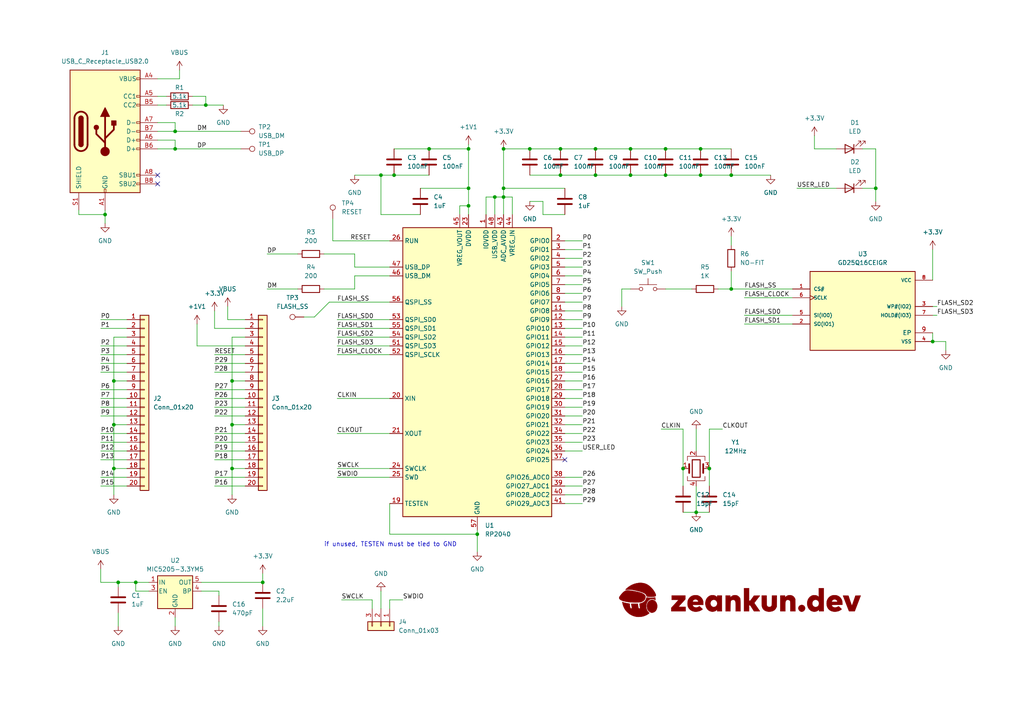
<source format=kicad_sch>
(kicad_sch (version 20230121) (generator eeschema)
  (paper "A4")
  (lib_symbols
    (symbol "Connector:TestPoint" (pin_numbers hide) (pin_names (offset 0.762) hide)
      (property "Reference" "TP" (at 0 6.858 0))
      (property "Value" "TestPoint" (at 0 5.08 0))
      (symbol "TestPoint_1_1"
        (pin passive line (at 0 0 90) (length 2.54) (name "1") (number "1"))
      )
    )
    (symbol "Connector:USB_C_Receptacle_USB2.0" (pin_names (offset 1.016))
      (property "Reference" "J" (at -10.16 19.05 0))
      (property "Value" "USB_C_Receptacle_USB2.0" (at 19.05 19.05 0))
      (symbol "USB_C_Receptacle_USB2.0_1_1"
        (pin passive line (at 0 -22.86 90) (length 5.08) (name "GND") (number "A1"))
        (pin passive line (at 0 -22.86 90) (length 5.08) hide (name "GND") (number "A12"))
        (pin passive line (at 15.24 15.24 180) (length 5.08) (name "VBUS") (number "A4"))
        (pin bidirectional line (at 15.24 10.16 180) (length 5.08) (name "CC1") (number "A5"))
        (pin bidirectional line (at 15.24 -2.54 180) (length 5.08) (name "D+") (number "A6"))
        (pin bidirectional line (at 15.24 2.54 180) (length 5.08) (name "D-") (number "A7"))
        (pin bidirectional line (at 15.24 -12.7 180) (length 5.08) (name "SBU1") (number "A8"))
        (pin passive line (at 15.24 15.24 180) (length 5.08) hide (name "VBUS") (number "A9"))
        (pin passive line (at 0 -22.86 90) (length 5.08) hide (name "GND") (number "B1"))
        (pin passive line (at 0 -22.86 90) (length 5.08) hide (name "GND") (number "B12"))
        (pin passive line (at 15.24 15.24 180) (length 5.08) hide (name "VBUS") (number "B4"))
        (pin bidirectional line (at 15.24 7.62 180) (length 5.08) (name "CC2") (number "B5"))
        (pin bidirectional line (at 15.24 -5.08 180) (length 5.08) (name "D+") (number "B6"))
        (pin bidirectional line (at 15.24 0 180) (length 5.08) (name "D-") (number "B7"))
        (pin bidirectional line (at 15.24 -15.24 180) (length 5.08) (name "SBU2") (number "B8"))
        (pin passive line (at 15.24 15.24 180) (length 5.08) hide (name "VBUS") (number "B9"))
        (pin passive line (at -7.62 -22.86 90) (length 5.08) (name "SHIELD") (number "S1"))
      )
    )
    (symbol "Connector_Generic:Conn_01x03" (pin_names (offset 1.016) hide)
      (property "Reference" "J" (at 0 5.08 0))
      (property "Value" "Conn_01x03" (at 0 -5.08 0))
      (symbol "Conn_01x03_1_1"
        (pin passive line (at -5.08 2.54 0) (length 3.81) (name "Pin_1") (number "1"))
        (pin passive line (at -5.08 0 0) (length 3.81) (name "Pin_2") (number "2"))
        (pin passive line (at -5.08 -2.54 0) (length 3.81) (name "Pin_3") (number "3"))
      )
    )
    (symbol "Connector_Generic:Conn_01x20" (pin_names (offset 1.016) hide)
      (property "Reference" "J" (at 0 25.4 0))
      (property "Value" "Conn_01x20" (at 0 -27.94 0))
      (symbol "Conn_01x20_1_1"
        (pin passive line (at -5.08 22.86 0) (length 3.81) (name "Pin_1") (number "1"))
        (pin passive line (at -5.08 0 0) (length 3.81) (name "Pin_10") (number "10"))
        (pin passive line (at -5.08 -2.54 0) (length 3.81) (name "Pin_11") (number "11"))
        (pin passive line (at -5.08 -5.08 0) (length 3.81) (name "Pin_12") (number "12"))
        (pin passive line (at -5.08 -7.62 0) (length 3.81) (name "Pin_13") (number "13"))
        (pin passive line (at -5.08 -10.16 0) (length 3.81) (name "Pin_14") (number "14"))
        (pin passive line (at -5.08 -12.7 0) (length 3.81) (name "Pin_15") (number "15"))
        (pin passive line (at -5.08 -15.24 0) (length 3.81) (name "Pin_16") (number "16"))
        (pin passive line (at -5.08 -17.78 0) (length 3.81) (name "Pin_17") (number "17"))
        (pin passive line (at -5.08 -20.32 0) (length 3.81) (name "Pin_18") (number "18"))
        (pin passive line (at -5.08 -22.86 0) (length 3.81) (name "Pin_19") (number "19"))
        (pin passive line (at -5.08 20.32 0) (length 3.81) (name "Pin_2") (number "2"))
        (pin passive line (at -5.08 -25.4 0) (length 3.81) (name "Pin_20") (number "20"))
        (pin passive line (at -5.08 17.78 0) (length 3.81) (name "Pin_3") (number "3"))
        (pin passive line (at -5.08 15.24 0) (length 3.81) (name "Pin_4") (number "4"))
        (pin passive line (at -5.08 12.7 0) (length 3.81) (name "Pin_5") (number "5"))
        (pin passive line (at -5.08 10.16 0) (length 3.81) (name "Pin_6") (number "6"))
        (pin passive line (at -5.08 7.62 0) (length 3.81) (name "Pin_7") (number "7"))
        (pin passive line (at -5.08 5.08 0) (length 3.81) (name "Pin_8") (number "8"))
        (pin passive line (at -5.08 2.54 0) (length 3.81) (name "Pin_9") (number "9"))
      )
    )
    (symbol "Device:C" (pin_numbers hide) (pin_names (offset 0.254))
      (property "Reference" "C" (at 0.635 2.54 0))
      (property "Value" "C" (at 0.635 -2.54 0))
      (symbol "C_1_1"
        (pin passive line (at 0 3.81 270) (length 2.794) (name "~") (number "1"))
        (pin passive line (at 0 -3.81 90) (length 2.794) (name "~") (number "2"))
      )
    )
    (symbol "Device:Crystal_GND24" (pin_names (offset 1.016) hide)
      (property "Reference" "Y" (at 3.175 5.08 0))
      (property "Value" "Crystal_GND24" (at 3.175 3.175 0))
      (symbol "Crystal_GND24_1_1"
        (pin passive line (at -3.81 0 0) (length 1.27) (name "1") (number "1"))
        (pin passive line (at 0 5.08 270) (length 1.27) (name "2") (number "2"))
        (pin passive line (at 3.81 0 180) (length 1.27) (name "3") (number "3"))
        (pin passive line (at 0 -5.08 90) (length 1.27) (name "4") (number "4"))
      )
    )
    (symbol "Device:LED" (pin_numbers hide) (pin_names (offset 1.016) hide)
      (property "Reference" "D" (at 0 2.54 0))
      (property "Value" "LED" (at 0 -2.54 0))
      (symbol "LED_1_1"
        (pin passive line (at -3.81 0 0) (length 2.54) (name "K") (number "1"))
        (pin passive line (at 3.81 0 180) (length 2.54) (name "A") (number "2"))
      )
    )
    (symbol "Device:R" (pin_numbers hide) (pin_names (offset 0))
      (property "Reference" "R" (at 2.032 0 90))
      (property "Value" "R" (at 0 0 90))
      (symbol "R_1_1"
        (pin passive line (at 0 3.81 270) (length 1.27) (name "~") (number "1"))
        (pin passive line (at 0 -3.81 90) (length 1.27) (name "~") (number "2"))
      )
    )
    (symbol "GD25Q16CEIGR:GD25Q16CEIGR" (pin_names (offset 1.016))
      (property "Reference" "U" (at -15.24 11.43 0))
      (property "Value" "GD25Q16CEIGR" (at -15.24 -13.97 0))
      (symbol "GD25Q16CEIGR_0_0"
        (pin input line (at -20.32 5.08 0) (length 5.08) (name "CS#") (number "1"))
        (pin bidirectional line (at -20.32 -5.08 0) (length 5.08) (name "SO(IO1)") (number "2"))
        (pin bidirectional line (at 20.32 0 180) (length 5.08) (name "WP#(IO2)") (number "3"))
        (pin power_in line (at 20.32 -10.16 180) (length 5.08) (name "VSS") (number "4"))
        (pin bidirectional line (at -20.32 -2.54 0) (length 5.08) (name "SI(IO0)") (number "5"))
        (pin input clock (at -20.32 2.54 0) (length 5.08) (name "SCLK") (number "6"))
        (pin bidirectional line (at 20.32 -2.54 180) (length 5.08) (name "HOLD#(IO3)") (number "7"))
        (pin power_in line (at 20.32 7.62 180) (length 5.08) (name "VCC") (number "8"))
      )
      (symbol "GD25Q16CEIGR_1_1"
        (pin input line (at 20.32 -7.62 180) (length 5.08) (name "EP") (number "9"))
      )
    )
    (symbol "MCU_RaspberryPi:RP2040"
      (property "Reference" "U" (at 17.78 45.72 0))
      (property "Value" "RP2040" (at 17.78 43.18 0))
      (symbol "RP2040_1_1"
        (pin power_in line (at 2.54 45.72 270) (length 3.81) (name "IOVDD") (number "1"))
        (pin passive line (at 2.54 45.72 270) (length 3.81) hide (name "IOVDD") (number "10"))
        (pin bidirectional line (at 25.4 17.78 180) (length 3.81) (name "GPIO8") (number "11"))
        (pin bidirectional line (at 25.4 15.24 180) (length 3.81) (name "GPIO9") (number "12"))
        (pin bidirectional line (at 25.4 12.7 180) (length 3.81) (name "GPIO10") (number "13"))
        (pin bidirectional line (at 25.4 10.16 180) (length 3.81) (name "GPIO11") (number "14"))
        (pin bidirectional line (at 25.4 7.62 180) (length 3.81) (name "GPIO12") (number "15"))
        (pin bidirectional line (at 25.4 5.08 180) (length 3.81) (name "GPIO13") (number "16"))
        (pin bidirectional line (at 25.4 2.54 180) (length 3.81) (name "GPIO14") (number "17"))
        (pin bidirectional line (at 25.4 0 180) (length 3.81) (name "GPIO15") (number "18"))
        (pin input line (at -25.4 -38.1 0) (length 3.81) (name "TESTEN") (number "19"))
        (pin bidirectional line (at 25.4 38.1 180) (length 3.81) (name "GPIO0") (number "2"))
        (pin input line (at -25.4 -7.62 0) (length 3.81) (name "XIN") (number "20"))
        (pin passive line (at -25.4 -17.78 0) (length 3.81) (name "XOUT") (number "21"))
        (pin passive line (at 2.54 45.72 270) (length 3.81) hide (name "IOVDD") (number "22"))
        (pin power_in line (at -2.54 45.72 270) (length 3.81) (name "DVDD") (number "23"))
        (pin input line (at -25.4 -27.94 0) (length 3.81) (name "SWCLK") (number "24"))
        (pin bidirectional line (at -25.4 -30.48 0) (length 3.81) (name "SWD") (number "25"))
        (pin input line (at -25.4 38.1 0) (length 3.81) (name "RUN") (number "26"))
        (pin bidirectional line (at 25.4 -2.54 180) (length 3.81) (name "GPIO16") (number "27"))
        (pin bidirectional line (at 25.4 -5.08 180) (length 3.81) (name "GPIO17") (number "28"))
        (pin bidirectional line (at 25.4 -7.62 180) (length 3.81) (name "GPIO18") (number "29"))
        (pin bidirectional line (at 25.4 35.56 180) (length 3.81) (name "GPIO1") (number "3"))
        (pin bidirectional line (at 25.4 -10.16 180) (length 3.81) (name "GPIO19") (number "30"))
        (pin bidirectional line (at 25.4 -12.7 180) (length 3.81) (name "GPIO20") (number "31"))
        (pin bidirectional line (at 25.4 -15.24 180) (length 3.81) (name "GPIO21") (number "32"))
        (pin passive line (at 2.54 45.72 270) (length 3.81) hide (name "IOVDD") (number "33"))
        (pin bidirectional line (at 25.4 -17.78 180) (length 3.81) (name "GPIO22") (number "34"))
        (pin bidirectional line (at 25.4 -20.32 180) (length 3.81) (name "GPIO23") (number "35"))
        (pin bidirectional line (at 25.4 -22.86 180) (length 3.81) (name "GPIO24") (number "36"))
        (pin bidirectional line (at 25.4 -25.4 180) (length 3.81) (name "GPIO25") (number "37"))
        (pin bidirectional line (at 25.4 -30.48 180) (length 3.81) (name "GPIO26_ADC0") (number "38"))
        (pin bidirectional line (at 25.4 -33.02 180) (length 3.81) (name "GPIO27_ADC1") (number "39"))
        (pin bidirectional line (at 25.4 33.02 180) (length 3.81) (name "GPIO2") (number "4"))
        (pin bidirectional line (at 25.4 -35.56 180) (length 3.81) (name "GPIO28_ADC2") (number "40"))
        (pin bidirectional line (at 25.4 -38.1 180) (length 3.81) (name "GPIO29_ADC3") (number "41"))
        (pin passive line (at 2.54 45.72 270) (length 3.81) hide (name "IOVDD") (number "42"))
        (pin power_in line (at 7.62 45.72 270) (length 3.81) (name "ADC_AVDD") (number "43"))
        (pin power_in line (at 10.16 45.72 270) (length 3.81) (name "VREG_IN") (number "44"))
        (pin power_out line (at -5.08 45.72 270) (length 3.81) (name "VREG_VOUT") (number "45"))
        (pin bidirectional line (at -25.4 27.94 0) (length 3.81) (name "USB_DM") (number "46"))
        (pin bidirectional line (at -25.4 30.48 0) (length 3.81) (name "USB_DP") (number "47"))
        (pin power_in line (at 5.08 45.72 270) (length 3.81) (name "USB_VDD") (number "48"))
        (pin passive line (at 2.54 45.72 270) (length 3.81) hide (name "IOVDD") (number "49"))
        (pin bidirectional line (at 25.4 30.48 180) (length 3.81) (name "GPIO3") (number "5"))
        (pin passive line (at -2.54 45.72 270) (length 3.81) hide (name "DVDD") (number "50"))
        (pin bidirectional line (at -25.4 7.62 0) (length 3.81) (name "QSPI_SD3") (number "51"))
        (pin output line (at -25.4 5.08 0) (length 3.81) (name "QSPI_SCLK") (number "52"))
        (pin bidirectional line (at -25.4 15.24 0) (length 3.81) (name "QSPI_SD0") (number "53"))
        (pin bidirectional line (at -25.4 10.16 0) (length 3.81) (name "QSPI_SD2") (number "54"))
        (pin bidirectional line (at -25.4 12.7 0) (length 3.81) (name "QSPI_SD1") (number "55"))
        (pin bidirectional line (at -25.4 20.32 0) (length 3.81) (name "QSPI_SS") (number "56"))
        (pin power_in line (at 0 -45.72 90) (length 3.81) (name "GND") (number "57"))
        (pin bidirectional line (at 25.4 27.94 180) (length 3.81) (name "GPIO4") (number "6"))
        (pin bidirectional line (at 25.4 25.4 180) (length 3.81) (name "GPIO5") (number "7"))
        (pin bidirectional line (at 25.4 22.86 180) (length 3.81) (name "GPIO6") (number "8"))
        (pin bidirectional line (at 25.4 20.32 180) (length 3.81) (name "GPIO7") (number "9"))
      )
    )
    (symbol "Regulator_Linear:MIC5205-3.3YM5" (pin_names (offset 0.254))
      (property "Reference" "U" (at -3.81 5.715 0))
      (property "Value" "MIC5205-3.3YM5" (at 0 5.715 0))
      (symbol "MIC5205-3.3YM5_1_1"
        (pin power_in line (at -7.62 2.54 0) (length 2.54) (name "IN") (number "1"))
        (pin power_in line (at 0 -7.62 90) (length 2.54) (name "GND") (number "2"))
        (pin input line (at -7.62 0 0) (length 2.54) (name "EN") (number "3"))
        (pin input line (at 7.62 0 180) (length 2.54) (name "BP") (number "4"))
        (pin power_out line (at 7.62 2.54 180) (length 2.54) (name "OUT") (number "5"))
      )
    )
    (symbol "Switch:SW_Push" (pin_numbers hide) (pin_names (offset 1.016) hide)
      (property "Reference" "SW" (at 1.27 2.54 0))
      (property "Value" "SW_Push" (at 0 -1.524 0))
      (symbol "SW_Push_0_1"
        (pin passive line (at -5.08 0 0) (length 2.54) (name "1") (number "1"))
        (pin passive line (at 5.08 0 180) (length 2.54) (name "2") (number "2"))
      )
    )
    (symbol "power:+1V1" (power) (pin_names (offset 0))
      (property "Value" "+1V1" (at 0 3.556 0))
      (symbol "+1V1_1_1"
        (pin power_in line (at 0 0 90) (length 0) hide (name "+1V1") (number "1"))
      )
    )
    (symbol "power:+3.3V" (power) (pin_names (offset 0))
      (property "Value" "+3.3V" (at 0 3.556 0))
      (symbol "+3.3V_1_1"
        (pin power_in line (at 0 0 90) (length 0) hide (name "+3.3V") (number "1"))
      )
    )
    (symbol "power:GND" (power) (pin_names (offset 0))
      (property "Value" "GND" (at 0 -3.81 0))
      (symbol "GND_1_1"
        (pin power_in line (at 0 0 270) (length 0) hide (name "GND") (number "1"))
      )
    )
    (symbol "power:VBUS" (power) (pin_names (offset 0))
      (property "Value" "VBUS" (at 0 3.81 0))
      (symbol "VBUS_1_1"
        (pin power_in line (at 0 0 90) (length 0) hide (name "VBUS") (number "1"))
      )
    )
    (symbol "zeankundev-logo:LOGO" (pin_names (offset 1.016)))
  )
  (junction (at 146.05 57.15))
  (junction (at 212.09 50.8))
  (junction (at 124.46 43.18))
  (junction (at 33.02 110.49))
  (junction (at 39.37 168.91))
  (junction (at 146.05 43.18))
  (junction (at 182.88 43.18))
  (junction (at 143.51 57.15))
  (junction (at 138.43 154.94))
  (junction (at 153.67 43.18))
  (junction (at 254 54.61))
  (junction (at 67.31 135.89))
  (junction (at 172.72 43.18))
  (junction (at 203.2 43.18))
  (junction (at 50.8 43.18))
  (junction (at 172.72 50.8))
  (junction (at 182.88 50.8))
  (junction (at 67.31 110.49))
  (junction (at 270.51 99.06))
  (junction (at 67.31 123.19))
  (junction (at 76.2 168.91))
  (junction (at 205.74 135.89))
  (junction (at 135.89 59.69))
  (junction (at 50.8 38.1))
  (junction (at 33.02 123.19))
  (junction (at 162.56 50.8))
  (junction (at 114.3 50.8))
  (junction (at 193.04 50.8))
  (junction (at 135.89 54.61))
  (junction (at 146.05 54.61))
  (junction (at 59.69 30.48))
  (junction (at 162.56 43.18))
  (junction (at 193.04 43.18))
  (junction (at 110.49 50.8))
  (junction (at 212.09 83.82))
  (junction (at 135.89 43.18))
  (junction (at 201.93 148.59))
  (junction (at 33.02 135.89))
  (junction (at 203.2 50.8))
  (junction (at 30.48 62.23))
  (junction (at 34.29 168.91))
  (junction (at 198.12 135.89))
  (no_connect (at 45.72 50.8))
  (no_connect (at 45.72 53.34))
  (no_connect (at 163.83 133.35))
  (wire (pts (xy 140.97 62.23) (xy 140.97 57.15)))
  (wire (pts (xy 133.35 59.69) (xy 135.89 59.69)))
  (wire (pts (xy 215.9 93.98) (xy 229.87 93.98)))
  (wire (pts (xy 62.23 107.95) (xy 71.12 107.95)))
  (wire (pts (xy 163.83 128.27) (xy 168.91 128.27)))
  (wire (pts (xy 209.55 124.46) (xy 205.74 124.46)))
  (wire (pts (xy 193.04 83.82) (xy 200.66 83.82)))
  (wire (pts (xy 153.67 43.18) (xy 162.56 43.18)))
  (wire (pts (xy 114.3 43.18) (xy 124.46 43.18)))
  (wire (pts (xy 146.05 57.15) (xy 146.05 62.23)))
  (wire (pts (xy 30.48 62.23) (xy 30.48 64.77)))
  (wire (pts (xy 66.04 92.71) (xy 71.12 92.71)))
  (wire (pts (xy 163.83 146.05) (xy 168.91 146.05)))
  (wire (pts (xy 102.87 77.47) (xy 113.03 77.47)))
  (wire (pts (xy 33.02 135.89) (xy 33.02 143.51)))
  (wire (pts (xy 274.32 101.6) (xy 274.32 99.06)))
  (wire (pts (xy 29.21 102.87) (xy 36.83 102.87)))
  (wire (pts (xy 114.3 50.8) (xy 124.46 50.8)))
  (wire (pts (xy 138.43 154.94) (xy 138.43 160.02)))
  (wire (pts (xy 198.12 148.59) (xy 201.93 148.59)))
  (wire (pts (xy 163.83 85.09) (xy 168.91 85.09)))
  (wire (pts (xy 67.31 123.19) (xy 71.12 123.19)))
  (wire (pts (xy 33.02 97.79) (xy 33.02 110.49)))
  (wire (pts (xy 45.72 30.48) (xy 48.26 30.48)))
  (wire (pts (xy 198.12 124.46) (xy 198.12 135.89)))
  (wire (pts (xy 205.74 135.89) (xy 205.74 140.97)))
  (wire (pts (xy 62.23 120.65) (xy 71.12 120.65)))
  (wire (pts (xy 121.92 54.61) (xy 135.89 54.61)))
  (wire (pts (xy 67.31 110.49) (xy 71.12 110.49)))
  (wire (pts (xy 77.47 83.82) (xy 86.36 83.82)))
  (wire (pts (xy 203.2 43.18) (xy 212.09 43.18)))
  (wire (pts (xy 274.32 99.06) (xy 270.51 99.06)))
  (wire (pts (xy 29.21 95.25) (xy 36.83 95.25)))
  (wire (pts (xy 50.8 43.18) (xy 69.85 43.18)))
  (wire (pts (xy 163.83 102.87) (xy 168.91 102.87)))
  (wire (pts (xy 270.51 72.39) (xy 270.51 81.28)))
  (wire (pts (xy 50.8 35.56) (xy 50.8 38.1)))
  (wire (pts (xy 110.49 50.8) (xy 114.3 50.8)))
  (wire (pts (xy 30.48 60.96) (xy 30.48 62.23)))
  (wire (pts (xy 163.83 125.73) (xy 168.91 125.73)))
  (wire (pts (xy 250.19 54.61) (xy 254 54.61)))
  (wire (pts (xy 157.48 58.42) (xy 153.67 58.42)))
  (wire (pts (xy 163.83 107.95) (xy 168.91 107.95)))
  (wire (pts (xy 205.74 124.46) (xy 205.74 135.89)))
  (wire (pts (xy 110.49 171.45) (xy 110.49 176.53)))
  (wire (pts (xy 162.56 43.18) (xy 172.72 43.18)))
  (wire (pts (xy 113.03 173.99) (xy 113.03 176.53)))
  (wire (pts (xy 57.15 93.98) (xy 57.15 100.33)))
  (wire (pts (xy 163.83 105.41) (xy 168.91 105.41)))
  (wire (pts (xy 33.02 110.49) (xy 36.83 110.49)))
  (wire (pts (xy 45.72 22.86) (xy 52.07 22.86)))
  (wire (pts (xy 146.05 54.61) (xy 163.83 54.61)))
  (wire (pts (xy 43.18 171.45) (xy 39.37 171.45)))
  (wire (pts (xy 102.87 80.01) (xy 102.87 83.82)))
  (wire (pts (xy 140.97 57.15) (xy 143.51 57.15)))
  (wire (pts (xy 96.52 63.5) (xy 96.52 69.85)))
  (wire (pts (xy 36.83 97.79) (xy 33.02 97.79)))
  (wire (pts (xy 163.83 110.49) (xy 168.91 110.49)))
  (wire (pts (xy 163.83 138.43) (xy 168.91 138.43)))
  (wire (pts (xy 163.83 100.33) (xy 168.91 100.33)))
  (wire (pts (xy 163.83 123.19) (xy 168.91 123.19)))
  (wire (pts (xy 63.5 180.34) (xy 63.5 181.61)))
  (wire (pts (xy 55.88 30.48) (xy 59.69 30.48)))
  (wire (pts (xy 212.09 68.58) (xy 212.09 71.12)))
  (wire (pts (xy 113.03 80.01) (xy 102.87 80.01)))
  (wire (pts (xy 102.87 83.82) (xy 93.98 83.82)))
  (wire (pts (xy 163.83 95.25) (xy 168.91 95.25)))
  (wire (pts (xy 34.29 168.91) (xy 39.37 168.91)))
  (wire (pts (xy 163.83 97.79) (xy 168.91 97.79)))
  (wire (pts (xy 29.21 168.91) (xy 34.29 168.91)))
  (wire (pts (xy 113.03 146.05) (xy 113.03 154.94)))
  (wire (pts (xy 231.14 54.61) (xy 242.57 54.61)))
  (wire (pts (xy 29.21 140.97) (xy 36.83 140.97)))
  (wire (pts (xy 201.93 140.97) (xy 201.93 148.59)))
  (wire (pts (xy 33.02 135.89) (xy 36.83 135.89)))
  (wire (pts (xy 29.21 128.27) (xy 36.83 128.27)))
  (wire (pts (xy 254 43.18) (xy 254 54.61)))
  (wire (pts (xy 29.21 113.03) (xy 36.83 113.03)))
  (wire (pts (xy 39.37 168.91) (xy 43.18 168.91)))
  (wire (pts (xy 146.05 43.18) (xy 146.05 54.61)))
  (wire (pts (xy 33.02 123.19) (xy 33.02 135.89)))
  (wire (pts (xy 116.84 173.99) (xy 113.03 173.99)))
  (wire (pts (xy 67.31 97.79) (xy 67.31 110.49)))
  (wire (pts (xy 212.09 78.74) (xy 212.09 83.82)))
  (wire (pts (xy 97.79 95.25) (xy 113.03 95.25)))
  (wire (pts (xy 143.51 57.15) (xy 143.51 62.23)))
  (wire (pts (xy 163.83 74.93) (xy 168.91 74.93)))
  (wire (pts (xy 172.72 50.8) (xy 182.88 50.8)))
  (wire (pts (xy 62.23 125.73) (xy 71.12 125.73)))
  (wire (pts (xy 163.83 80.01) (xy 168.91 80.01)))
  (wire (pts (xy 133.35 62.23) (xy 133.35 59.69)))
  (wire (pts (xy 99.06 173.99) (xy 107.95 173.99)))
  (wire (pts (xy 146.05 54.61) (xy 146.05 57.15)))
  (wire (pts (xy 29.21 130.81) (xy 36.83 130.81)))
  (wire (pts (xy 33.02 123.19) (xy 36.83 123.19)))
  (wire (pts (xy 270.51 88.9) (xy 271.78 88.9)))
  (wire (pts (xy 157.48 58.42) (xy 157.48 62.23)))
  (wire (pts (xy 62.23 140.97) (xy 71.12 140.97)))
  (wire (pts (xy 163.83 87.63) (xy 168.91 87.63)))
  (wire (pts (xy 198.12 135.89) (xy 198.12 140.97)))
  (wire (pts (xy 163.83 90.17) (xy 168.91 90.17)))
  (wire (pts (xy 135.89 59.69) (xy 135.89 62.23)))
  (wire (pts (xy 163.83 92.71) (xy 168.91 92.71)))
  (wire (pts (xy 163.83 143.51) (xy 168.91 143.51)))
  (wire (pts (xy 29.21 138.43) (xy 36.83 138.43)))
  (wire (pts (xy 33.02 110.49) (xy 33.02 123.19)))
  (wire (pts (xy 215.9 91.44) (xy 229.87 91.44)))
  (wire (pts (xy 59.69 30.48) (xy 64.77 30.48)))
  (wire (pts (xy 163.83 115.57) (xy 168.91 115.57)))
  (wire (pts (xy 63.5 172.72) (xy 63.5 171.45)))
  (wire (pts (xy 97.79 100.33) (xy 113.03 100.33)))
  (wire (pts (xy 52.07 22.86) (xy 52.07 20.32)))
  (wire (pts (xy 163.83 82.55) (xy 168.91 82.55)))
  (wire (pts (xy 66.04 88.9) (xy 66.04 92.71)))
  (wire (pts (xy 172.72 43.18) (xy 182.88 43.18)))
  (wire (pts (xy 29.21 118.11) (xy 36.83 118.11)))
  (wire (pts (xy 113.03 154.94) (xy 138.43 154.94)))
  (wire (pts (xy 163.83 113.03) (xy 168.91 113.03)))
  (wire (pts (xy 22.86 60.96) (xy 22.86 62.23)))
  (wire (pts (xy 67.31 97.79) (xy 71.12 97.79)))
  (wire (pts (xy 201.93 124.46) (xy 201.93 130.81)))
  (wire (pts (xy 62.23 128.27) (xy 71.12 128.27)))
  (wire (pts (xy 148.59 57.15) (xy 146.05 57.15)))
  (wire (pts (xy 34.29 168.91) (xy 34.29 170.18)))
  (wire (pts (xy 180.34 83.82) (xy 180.34 88.9)))
  (wire (pts (xy 97.79 92.71) (xy 113.03 92.71)))
  (wire (pts (xy 97.79 102.87) (xy 113.03 102.87)))
  (wire (pts (xy 193.04 50.8) (xy 203.2 50.8)))
  (wire (pts (xy 180.34 83.82) (xy 182.88 83.82)))
  (wire (pts (xy 97.79 97.79) (xy 113.03 97.79)))
  (wire (pts (xy 62.23 102.87) (xy 71.12 102.87)))
  (wire (pts (xy 58.42 168.91) (xy 76.2 168.91)))
  (wire (pts (xy 102.87 73.66) (xy 102.87 77.47)))
  (wire (pts (xy 212.09 83.82) (xy 229.87 83.82)))
  (wire (pts (xy 77.47 73.66) (xy 86.36 73.66)))
  (wire (pts (xy 191.77 124.46) (xy 198.12 124.46)))
  (wire (pts (xy 50.8 179.07) (xy 50.8 181.61)))
  (wire (pts (xy 62.23 90.17) (xy 62.23 95.25)))
  (wire (pts (xy 96.52 69.85) (xy 113.03 69.85)))
  (wire (pts (xy 95.504 87.63) (xy 91.186 91.948)))
  (wire (pts (xy 107.95 173.99) (xy 107.95 176.53)))
  (wire (pts (xy 29.21 120.65) (xy 36.83 120.65)))
  (wire (pts (xy 67.31 110.49) (xy 67.31 123.19)))
  (wire (pts (xy 250.19 43.18) (xy 254 43.18)))
  (wire (pts (xy 45.72 43.18) (xy 50.8 43.18)))
  (wire (pts (xy 201.93 148.59) (xy 205.74 148.59)))
  (wire (pts (xy 29.21 92.71) (xy 36.83 92.71)))
  (wire (pts (xy 163.83 118.11) (xy 168.91 118.11)))
  (wire (pts (xy 135.89 54.61) (xy 135.89 59.69)))
  (wire (pts (xy 215.9 86.36) (xy 229.87 86.36)))
  (wire (pts (xy 62.23 115.57) (xy 71.12 115.57)))
  (wire (pts (xy 29.21 125.73) (xy 36.83 125.73)))
  (wire (pts (xy 67.31 135.89) (xy 71.12 135.89)))
  (wire (pts (xy 62.23 130.81) (xy 71.12 130.81)))
  (wire (pts (xy 163.83 77.47) (xy 168.91 77.47)))
  (wire (pts (xy 135.89 43.18) (xy 135.89 54.61)))
  (wire (pts (xy 212.09 50.8) (xy 223.52 50.8)))
  (wire (pts (xy 29.21 115.57) (xy 36.83 115.57)))
  (wire (pts (xy 22.86 62.23) (xy 30.48 62.23)))
  (wire (pts (xy 76.2 166.37) (xy 76.2 168.91)))
  (wire (pts (xy 208.28 83.82) (xy 212.09 83.82)))
  (wire (pts (xy 39.37 171.45) (xy 39.37 168.91)))
  (wire (pts (xy 55.88 27.94) (xy 59.69 27.94)))
  (wire (pts (xy 62.23 138.43) (xy 71.12 138.43)))
  (wire (pts (xy 29.21 107.95) (xy 36.83 107.95)))
  (wire (pts (xy 29.21 133.35) (xy 36.83 133.35)))
  (wire (pts (xy 203.2 50.8) (xy 212.09 50.8)))
  (wire (pts (xy 143.51 57.15) (xy 146.05 57.15)))
  (wire (pts (xy 121.92 62.23) (xy 110.49 62.23)))
  (wire (pts (xy 97.79 135.89) (xy 113.03 135.89)))
  (wire (pts (xy 254 54.61) (xy 254 58.42)))
  (wire (pts (xy 62.23 105.41) (xy 71.12 105.41)))
  (wire (pts (xy 50.8 38.1) (xy 69.85 38.1)))
  (wire (pts (xy 62.23 113.03) (xy 71.12 113.03)))
  (wire (pts (xy 93.98 73.66) (xy 102.87 73.66)))
  (wire (pts (xy 153.67 50.8) (xy 162.56 50.8)))
  (wire (pts (xy 163.83 130.81) (xy 168.91 130.81)))
  (wire (pts (xy 57.15 100.33) (xy 71.12 100.33)))
  (wire (pts (xy 163.83 72.39) (xy 168.91 72.39)))
  (wire (pts (xy 95.504 87.63) (xy 113.03 87.63)))
  (wire (pts (xy 50.8 40.64) (xy 50.8 43.18)))
  (wire (pts (xy 124.46 43.18) (xy 135.89 43.18)))
  (wire (pts (xy 97.79 138.43) (xy 113.03 138.43)))
  (wire (pts (xy 62.23 118.11) (xy 71.12 118.11)))
  (wire (pts (xy 138.43 153.67) (xy 138.43 154.94)))
  (wire (pts (xy 29.21 165.1) (xy 29.21 168.91)))
  (wire (pts (xy 63.5 171.45) (xy 58.42 171.45)))
  (wire (pts (xy 88.138 91.948) (xy 91.186 91.948)))
  (wire (pts (xy 157.48 62.23) (xy 163.83 62.23)))
  (wire (pts (xy 146.05 43.18) (xy 153.67 43.18)))
  (wire (pts (xy 29.21 105.41) (xy 36.83 105.41)))
  (wire (pts (xy 67.31 135.89) (xy 67.31 143.51)))
  (wire (pts (xy 163.83 120.65) (xy 168.91 120.65)))
  (wire (pts (xy 45.72 27.94) (xy 48.26 27.94)))
  (wire (pts (xy 102.87 50.8) (xy 110.49 50.8)))
  (wire (pts (xy 59.69 27.94) (xy 59.69 30.48)))
  (wire (pts (xy 62.23 133.35) (xy 71.12 133.35)))
  (wire (pts (xy 148.59 62.23) (xy 148.59 57.15)))
  (wire (pts (xy 29.21 100.33) (xy 36.83 100.33)))
  (wire (pts (xy 45.72 35.56) (xy 50.8 35.56)))
  (wire (pts (xy 97.79 115.57) (xy 113.03 115.57)))
  (wire (pts (xy 135.89 41.91) (xy 135.89 43.18)))
  (wire (pts (xy 62.23 95.25) (xy 71.12 95.25)))
  (wire (pts (xy 67.31 123.19) (xy 67.31 135.89)))
  (wire (pts (xy 270.51 91.44) (xy 271.78 91.44)))
  (wire (pts (xy 182.88 43.18) (xy 193.04 43.18)))
  (wire (pts (xy 76.2 176.53) (xy 76.2 181.61)))
  (wire (pts (xy 45.72 40.64) (xy 50.8 40.64)))
  (wire (pts (xy 162.56 50.8) (xy 172.72 50.8)))
  (wire (pts (xy 236.22 43.18) (xy 242.57 43.18)))
  (wire (pts (xy 45.72 38.1) (xy 50.8 38.1)))
  (wire (pts (xy 97.79 125.73) (xy 113.03 125.73)))
  (wire (pts (xy 236.22 39.37) (xy 236.22 43.18)))
  (wire (pts (xy 110.49 62.23) (xy 110.49 50.8)))
  (wire (pts (xy 182.88 50.8) (xy 193.04 50.8)))
  (wire (pts (xy 34.29 177.8) (xy 34.29 181.61)))
  (wire (pts (xy 270.51 96.52) (xy 270.51 99.06)))
  (wire (pts (xy 193.04 43.18) (xy 203.2 43.18)))
  (wire (pts (xy 163.83 140.97) (xy 168.91 140.97)))
  (wire (pts (xy 163.83 69.85) (xy 168.91 69.85)))
  (text "if unused, TESTEN must be tied to GND" (at 93.98 158.75 0) (effects (font (size 1.27 1.27)) (justify left bottom)))
  (label "P23" (at 168.91 128.27 0))
  (label "CLKIN" (at 191.77 124.46 0))
  (label "FLASH_SS" (at 97.79 87.63 0))
  (label "P13" (at 29.21 133.35 0))
  (label "CLKOUT" (at 97.79 125.73 0))
  (label "DM" (at 57.15 38.1 0))
  (label "FLASH_SD2" (at 271.78 88.9 0))
  (label "CLKOUT" (at 209.55 124.46 0))
  (label "USER_LED" (at 231.14 54.61 0))
  (label "P3" (at 29.21 102.87 0))
  (label "SWCLK" (at 97.79 135.89 0))
  (label "P21" (at 168.91 123.19 0))
  (label "P14" (at 168.91 105.41 0))
  (label "P1" (at 168.91 72.39 0))
  (label "P10" (at 168.91 95.25 0))
  (label "SWCLK" (at 99.06 173.99 0))
  (label "P22" (at 168.91 125.73 0))
  (label "P4" (at 29.21 105.41 0))
  (label "P18" (at 168.91 115.57 0))
  (label "P22" (at 62.23 120.65 0))
  (label "P19" (at 62.23 130.81 0))
  (label "P16" (at 62.23 140.97 0))
  (label "P29" (at 62.23 105.41 0))
  (label "P2" (at 168.91 74.93 0))
  (label "P6" (at 168.91 85.09 0))
  (label "P7" (at 168.91 87.63 0))
  (label "P27" (at 168.91 140.97 0))
  (label "P0" (at 29.21 92.71 0))
  (label "P15" (at 29.21 140.97 0))
  (label "P3" (at 168.91 77.47 0))
  (label "P20" (at 62.23 128.27 0))
  (label "DP" (at 77.47 73.66 0))
  (label "FLASH_SD0" (at 215.9 91.44 0))
  (label "FLASH_CLOCK" (at 215.9 86.36 0))
  (label "P17" (at 168.91 113.03 0))
  (label "RESET" (at 62.23 102.87 0))
  (label "P8" (at 29.21 118.11 0))
  (label "SWDIO" (at 97.79 138.43 0))
  (label "P6" (at 29.21 113.03 0))
  (label "FLASH_CLOCK" (at 97.79 102.87 0))
  (label "P18" (at 62.23 133.35 0))
  (label "P4" (at 168.91 80.01 0))
  (label "P7" (at 29.21 115.57 0))
  (label "P2" (at 29.21 100.33 0))
  (label "P14" (at 29.21 138.43 0))
  (label "P16" (at 168.91 110.49 0))
  (label "P12" (at 168.91 100.33 0))
  (label "P9" (at 29.21 120.65 0))
  (label "P23" (at 62.23 118.11 0))
  (label "CLKIN" (at 97.79 115.57 0))
  (label "P9" (at 168.91 92.71 0))
  (label "P5" (at 29.21 107.95 0))
  (label "P11" (at 168.91 97.79 0))
  (label "USER_LED" (at 168.91 130.81 0))
  (label "P26" (at 168.91 138.43 0))
  (label "P21" (at 62.23 125.73 0))
  (label "SWDIO" (at 116.84 173.99 0))
  (label "P17" (at 62.23 138.43 0))
  (label "FLASH_SD2" (at 97.79 97.79 0))
  (label "P20" (at 168.91 120.65 0))
  (label "P8" (at 168.91 90.17 0))
  (label "FLASH_SD3" (at 97.79 100.33 0))
  (label "P15" (at 168.91 107.95 0))
  (label "P13" (at 168.91 102.87 0))
  (label "P0" (at 168.91 69.85 0))
  (label "DP" (at 57.15 43.18 0))
  (label "P27" (at 62.23 113.03 0))
  (label "P29" (at 168.91 146.05 0))
  (label "FLASH_SD3" (at 271.78 91.44 0))
  (label "FLASH_SD1" (at 97.79 95.25 0))
  (label "RESET" (at 101.6 69.85 0))
  (label "P28" (at 62.23 107.95 0))
  (label "P28" (at 168.91 143.51 0))
  (label "P26" (at 62.23 115.57 0))
  (label "FLASH_SS" (at 215.9 83.82 0))
  (label "FLASH_SD1" (at 215.9 93.98 0))
  (label "P19" (at 168.91 118.11 0))
  (label "P10" (at 29.21 125.73 0))
  (label "P12" (at 29.21 130.81 0))
  (label "P1" (at 29.21 95.25 0))
  (label "P5" (at 168.91 82.55 0))
  (label "DM" (at 77.47 83.82 0))
  (label "FLASH_SD0" (at 97.79 92.71 0))
  (label "P11" (at 29.21 128.27 0))
  (symbol (lib_id "Connector_Generic:Conn_01x20") (at 76.2 115.57 0) (unit 1)
    (property "Reference" "J3" (at 78.74 115.57 0) (effects (justify left)))
    (property "Value" "Conn_01x20" (at 78.74 118.11 0) (effects (justify left)))
    (property "Footprint" "SMD-TH-Connector:Conn_01x20_2.54mm" (effects hide))
  )
  (symbol (lib_id "Device:C") (at 76.2 172.72 0) (unit 1)
    (property "Reference" "C2" (at 80.01 171.45 0) (effects (justify left)))
    (property "Value" "2.2uF" (at 80.01 173.99 0) (effects (justify left)))
    (property "Footprint" "Capacitor_SMD:C_0201_0603Metric" (effects hide))
  )
  (symbol (lib_id "power:VBUS") (at 66.04 88.9 0) (unit 1)
    (property "Reference" "#PWR08" (effects hide))
    (property "Value" "VBUS" (at 66.04 83.82 0))
  )
  (symbol (lib_id "MCU_RaspberryPi:RP2040") (at 138.43 107.95 0) (unit 1)
    (property "Reference" "U1" (at 140.6241 152.4 0) (effects (justify left)))
    (property "Value" "RP2040" (at 140.6241 154.94 0) (effects (justify left)))
    (property "Footprint" "Package_DFN_QFN:QFN-56-1EP_7x7mm_P0.4mm_EP3.2x3.2mm" (effects hide))
    (property "Datasheet" "https://datasheets.raspberrypi.com/rp2040/rp2040-datasheet.pdf" (effects hide))
  )
  (symbol (lib_id "Device:C") (at 121.92 58.42 0) (unit 1)
    (property "Reference" "C4" (at 125.73 57.15 0) (effects (justify left)))
    (property "Value" "1uF" (at 125.73 59.69 0) (effects (justify left)))
    (property "Footprint" "Capacitor_SMD:C_0201_0603Metric" (effects hide))
  )
  (symbol (lib_id "Device:R") (at 52.07 30.48 90) (unit 1)
    (property "Reference" "R2" (at 52.07 33.02 90))
    (property "Value" "5.1k" (at 52.07 30.48 90))
    (property "Footprint" "Resistor_SMD:R_0201_0603Metric" (effects hide))
  )
  (symbol (lib_id "Device:C") (at 203.2 46.99 0) (unit 1)
    (property "Reference" "C13" (at 207.01 45.72 0) (effects (justify left)))
    (property "Value" "100nF" (at 207.01 48.26 0) (effects (justify left)))
    (property "Footprint" "Capacitor_SMD:C_0201_0603Metric" (effects hide))
  )
  (symbol (lib_id "power:GND") (at 67.31 143.51 0) (unit 1)
    (property "Reference" "#PWR09" (effects hide))
    (property "Value" "GND" (at 67.31 148.59 0))
  )
  (symbol (lib_id "Device:R") (at 90.17 73.66 90) (unit 1)
    (property "Reference" "R3" (at 90.17 67.31 90))
    (property "Value" "200" (at 90.17 69.85 90))
    (property "Footprint" "Resistor_SMD:R_0201_0603Metric" (effects hide))
  )
  (symbol (lib_id "power:+3.3V") (at 62.23 90.17 0) (unit 1)
    (property "Reference" "#PWR07" (effects hide))
    (property "Value" "+3.3V" (at 62.23 85.09 0))
  )
  (symbol (lib_id "power:+1V1") (at 135.89 41.91 0) (unit 1)
    (property "Reference" "#PWR013" (effects hide))
    (property "Value" "+1V1" (at 135.89 36.83 0))
  )
  (symbol (lib_id "power:GND") (at 33.02 143.51 0) (unit 1)
    (property "Reference" "#PWR03" (effects hide))
    (property "Value" "GND" (at 33.02 148.59 0))
  )
  (symbol (lib_id "power:GND") (at 180.34 88.9 0) (unit 1)
    (property "Reference" "#PWR017" (effects hide))
    (property "Value" "GND" (at 180.34 93.98 0))
  )
  (symbol (lib_id "Device:C") (at 63.5 176.53 0) (unit 1)
    (property "Reference" "C16" (at 67.31 175.26 0) (effects (justify left)))
    (property "Value" "470pF" (at 67.31 177.8 0) (effects (justify left)))
    (property "Footprint" "Capacitor_SMD:C_0201_0603Metric" (effects hide))
  )
  (symbol (lib_id "Device:C") (at 205.74 144.78 0) (unit 1)
    (property "Reference" "C14" (at 209.55 143.51 0) (effects (justify left)))
    (property "Value" "15pF" (at 209.55 146.05 0) (effects (justify left)))
    (property "Footprint" "Capacitor_SMD:C_0201_0603Metric" (effects hide))
  )
  (symbol (lib_id "Device:Crystal_GND24") (at 201.93 135.89 0) (unit 1)
    (property "Reference" "Y1" (at 213.36 128.27 0))
    (property "Value" "12MHz" (at 213.36 130.81 0))
    (property "Footprint" "Crystal:Crystal_SMD_2520-4Pin_2.5x2.0mm" (effects hide))
  )
  (symbol (lib_id "Connector:USB_C_Receptacle_USB2.0") (at 30.48 38.1 0) (unit 1)
    (property "Reference" "J1" (at 30.48 15.24 0))
    (property "Value" "USB_C_Receptacle_USB2.0" (at 30.48 17.78 0))
    (property "Footprint" "Connector_USB:USB_C_Receptacle_GCT_USB4105-xx-A_16P_TopMnt_Horizontal" (effects hide))
    (property "Datasheet" "https://www.usb.org/sites/default/files/documents/usb_type-c.zip" (effects hide))
  )
  (symbol (lib_id "power:+3.3V") (at 236.22 39.37 0) (unit 1)
    (property "Reference" "#PWR022" (effects hide))
    (property "Value" "+3.3V" (at 236.22 34.29 0))
  )
  (symbol (lib_id "power:GND") (at 30.48 64.77 0) (unit 1)
    (property "Reference" "#PWR01" (effects hide))
    (property "Value" "GND" (at 30.48 69.85 0))
  )
  (symbol (lib_id "Device:LED") (at 246.38 54.61 180) (unit 1)
    (property "Reference" "D2" (at 247.9675 46.99 0))
    (property "Value" "LED" (at 247.9675 49.53 0))
    (property "Footprint" "LED_SMD:LED_0201_0603Metric" (effects hide))
  )
  (symbol (lib_id "Connector:TestPoint") (at 69.85 43.18 270) (unit 1)
    (property "Reference" "TP1" (at 74.93 41.91 90) (effects (justify left)))
    (property "Value" "USB_DP" (at 74.93 44.45 90) (effects (justify left)))
    (property "Footprint" "TestPoint:TestPoint_Pad_D1.0mm" (effects hide))
  )
  (symbol (lib_id "Device:C") (at 212.09 46.99 0) (unit 1)
    (property "Reference" "C15" (at 215.9 45.72 0) (effects (justify left)))
    (property "Value" "100nF" (at 215.9 48.26 0) (effects (justify left)))
    (property "Footprint" "Capacitor_SMD:C_0201_0603Metric" (effects hide))
  )
  (symbol (lib_id "power:GND") (at 254 58.42 0) (unit 1)
    (property "Reference" "#PWR023" (effects hide))
    (property "Value" "GND" (at 254 63.5 0))
  )
  (symbol (lib_id "power:GND") (at 201.93 124.46 180) (unit 1)
    (property "Reference" "#PWR018" (effects hide))
    (property "Value" "GND" (at 201.93 119.38 0))
  )
  (symbol (lib_id "power:VBUS") (at 52.07 20.32 0) (mirror y) (unit 1)
    (property "Reference" "#PWR04" (effects hide))
    (property "Value" "VBUS" (at 52.07 15.24 0))
  )
  (symbol (lib_id "Device:R") (at 204.47 83.82 90) (unit 1)
    (property "Reference" "R5" (at 204.47 77.47 90))
    (property "Value" "1K" (at 204.47 80.01 90))
    (property "Footprint" "Resistor_SMD:R_0201_0603Metric" (effects hide))
  )
  (symbol (lib_id "power:GND") (at 153.67 58.42 0) (unit 1)
    (property "Reference" "#PWR016" (effects hide))
    (property "Value" "GND" (at 153.67 63.5 0))
  )
  (symbol (lib_id "power:GND") (at 34.29 181.61 0) (unit 1)
    (property "Reference" "#PWR026" (effects hide))
    (property "Value" "GND" (at 34.29 186.69 0))
  )
  (symbol (lib_id "power:GND") (at 274.32 101.6 0) (unit 1)
    (property "Reference" "#PWR025" (effects hide))
    (property "Value" "GND" (at 274.32 106.68 0))
  )
  (symbol (lib_id "power:GND") (at 64.77 30.48 0) (unit 1)
    (property "Reference" "#PWR029" (effects hide))
    (property "Value" "GND" (at 64.77 35.56 0))
  )
  (symbol (lib_id "Device:C") (at 162.56 46.99 0) (unit 1)
    (property "Reference" "C7" (at 166.37 45.72 0) (effects (justify left)))
    (property "Value" "100nF" (at 166.37 48.26 0) (effects (justify left)))
    (property "Footprint" "Capacitor_SMD:C_0201_0603Metric" (effects hide))
  )
  (symbol (lib_id "Connector_Generic:Conn_01x20") (at 41.91 115.57 0) (unit 1)
    (property "Reference" "J2" (at 44.45 115.57 0) (effects (justify left)))
    (property "Value" "Conn_01x20" (at 44.45 118.11 0) (effects (justify left)))
    (property "Footprint" "SMD-TH-Connector:Conn_01x20_2.54mm" (effects hide))
  )
  (symbol (lib_id "power:GND") (at 63.5 181.61 0) (unit 1)
    (property "Reference" "#PWR028" (effects hide))
    (property "Value" "GND" (at 63.5 186.69 0))
  )
  (symbol (lib_id "Device:LED") (at 246.38 43.18 180) (unit 1)
    (property "Reference" "D1" (at 247.9675 35.56 0))
    (property "Value" "LED" (at 247.9675 38.1 0))
    (property "Footprint" "LED_SMD:LED_0201_0603Metric" (effects hide))
  )
  (symbol (lib_id "power:GND") (at 201.93 148.59 0) (unit 1)
    (property "Reference" "#PWR019" (effects hide))
    (property "Value" "GND" (at 201.93 153.67 0))
  )
  (symbol (lib_id "power:+3.3V") (at 146.05 43.18 0) (mirror y) (unit 1)
    (property "Reference" "#PWR015" (effects hide))
    (property "Value" "+3.3V" (at 146.05 38.1 0))
  )
  (symbol (lib_id "zeankundev-logo:LOGO") (at 214.63 173.99 0) (unit 1)
    (property "Reference" "#G1" (effects hide))
    (property "Value" "LOGO" (effects hide))
  )
  (symbol (lib_id "power:VBUS") (at 29.21 165.1 0) (unit 1)
    (property "Reference" "#PWR02" (effects hide))
    (property "Value" "VBUS" (at 29.21 160.02 0))
  )
  (symbol (lib_id "GD25Q16CEIGR:GD25Q16CEIGR") (at 250.19 88.9 0) (unit 1)
    (property "Reference" "U3" (at 250.19 73.66 0))
    (property "Value" "GD25Q16CEIGR" (at 250.19 76.2 0))
    (property "Footprint" "GD25Q16CEIGR:PSON50P200X300X50-9N" (effects hide))
    (property "PARTREV" "3.0" (effects hide))
    (property "MANUFACTURER" "GigaDevice" (effects hide))
    (property "MAXIMUM_PACKAGE_HEIGHT" "0.5 mm" (effects hide))
    (property "STANDARD" "IPC 7351B" (effects hide))
  )
  (symbol (lib_id "Device:C") (at 182.88 46.99 0) (unit 1)
    (property "Reference" "C10" (at 186.69 45.72 0) (effects (justify left)))
    (property "Value" "100nF" (at 186.69 48.26 0) (effects (justify left)))
    (property "Footprint" "Capacitor_SMD:C_0201_0603Metric" (effects hide))
  )
  (symbol (lib_id "power:GND") (at 102.87 50.8 0) (unit 1)
    (property "Reference" "#PWR011" (effects hide))
    (property "Value" "GND" (at 102.87 55.88 0))
  )
  (symbol (lib_id "Device:C") (at 124.46 46.99 0) (unit 1)
    (property "Reference" "C5" (at 128.27 45.72 0) (effects (justify left)))
    (property "Value" "100nF" (at 128.27 48.26 0) (effects (justify left)))
    (property "Footprint" "Capacitor_SMD:C_0201_0603Metric" (effects hide))
  )
  (symbol (lib_id "Connector_Generic:Conn_01x03") (at 110.49 181.61 270) (unit 1)
    (property "Reference" "J4" (at 115.57 180.34 90) (effects (justify left)))
    (property "Value" "Conn_01x03" (at 115.57 182.88 90) (effects (justify left)))
    (property "Footprint" "Connector_PinHeader_2.54mm:PinHeader_1x03_P2.54mm_Vertical" (effects hide))
  )
  (symbol (lib_id "Device:C") (at 193.04 46.99 0) (unit 1)
    (property "Reference" "C11" (at 196.85 45.72 0) (effects (justify left)))
    (property "Value" "100nF" (at 196.85 48.26 0) (effects (justify left)))
    (property "Footprint" "Capacitor_SMD:C_0201_0603Metric" (effects hide))
  )
  (symbol (lib_id "Device:C") (at 172.72 46.99 0) (unit 1)
    (property "Reference" "C9" (at 176.53 45.72 0) (effects (justify left)))
    (property "Value" "100nF" (at 176.53 48.26 0) (effects (justify left)))
    (property "Footprint" "Capacitor_SMD:C_0201_0603Metric" (effects hide))
  )
  (symbol (lib_id "Connector:TestPoint") (at 96.52 63.5 0) (unit 1)
    (property "Reference" "TP4" (at 99.06 58.928 0) (effects (justify left)))
    (property "Value" "RESET" (at 99.06 61.468 0) (effects (justify left)))
    (property "Footprint" "TestPoint:TestPoint_Pad_D1.0mm" (effects hide))
  )
  (symbol (lib_id "power:+3.3V") (at 76.2 166.37 0) (unit 1)
    (property "Reference" "#PWR010" (effects hide))
    (property "Value" "+3.3V" (at 76.2 161.29 0))
  )
  (symbol (lib_id "power:GND") (at 138.43 160.02 0) (unit 1)
    (property "Reference" "#PWR014" (effects hide))
    (property "Value" "GND" (at 138.43 165.1 0))
  )
  (symbol (lib_id "power:GND") (at 223.52 50.8 0) (unit 1)
    (property "Reference" "#PWR021" (effects hide))
    (property "Value" "GND" (at 223.52 55.88 0))
  )
  (symbol (lib_id "Regulator_Linear:MIC5205-3.3YM5") (at 50.8 171.45 0) (unit 1)
    (property "Reference" "U2" (at 50.8 162.56 0))
    (property "Value" "MIC5205-3.3YM5" (at 50.8 165.1 0))
    (property "Footprint" "Package_TO_SOT_SMD:SOT-23-5" (effects hide))
    (property "Datasheet" "http://ww1.microchip.com/downloads/en/DeviceDoc/20005785A.pdf" (effects hide))
  )
  (symbol (lib_id "power:+3.3V") (at 270.51 72.39 0) (mirror y) (unit 1)
    (property "Reference" "#PWR024" (effects hide))
    (property "Value" "+3.3V" (at 270.51 67.31 0))
  )
  (symbol (lib_id "Connector:TestPoint") (at 69.85 38.1 270) (unit 1)
    (property "Reference" "TP2" (at 74.93 36.83 90) (effects (justify left)))
    (property "Value" "USB_DM" (at 74.93 39.37 90) (effects (justify left)))
    (property "Footprint" "TestPoint:TestPoint_Pad_D1.0mm" (effects hide))
  )
  (symbol (lib_id "power:GND") (at 76.2 181.61 0) (unit 1)
    (property "Reference" "#PWR027" (effects hide))
    (property "Value" "GND" (at 76.2 186.69 0))
  )
  (symbol (lib_id "Device:C") (at 163.83 58.42 0) (unit 1)
    (property "Reference" "C8" (at 167.64 57.15 0) (effects (justify left)))
    (property "Value" "1uF" (at 167.64 59.69 0) (effects (justify left)))
    (property "Footprint" "Capacitor_SMD:C_0201_0603Metric" (effects hide))
  )
  (symbol (lib_id "power:GND") (at 50.8 181.61 0) (unit 1)
    (property "Reference" "#PWR05" (effects hide))
    (property "Value" "GND" (at 50.8 186.69 0))
  )
  (symbol (lib_id "power:+3.3V") (at 212.09 68.58 0) (unit 1)
    (property "Reference" "#PWR020" (effects hide))
    (property "Value" "+3.3V" (at 212.09 63.5 0))
  )
  (symbol (lib_id "Switch:SW_Push") (at 187.96 83.82 0) (unit 1)
    (property "Reference" "SW1" (at 187.96 76.2 0))
    (property "Value" "SW_Push" (at 187.96 78.74 0))
    (property "Footprint" "Button_Switch_SMD:SW_Push_1P1T_NO_Vertical_Wuerth_434133025816" (effects hide))
  )
  (symbol (lib_id "Device:C") (at 114.3 46.99 0) (unit 1)
    (property "Reference" "C3" (at 118.11 45.72 0) (effects (justify left)))
    (property "Value" "100nF" (at 118.11 48.26 0) (effects (justify left)))
    (property "Footprint" "Capacitor_SMD:C_0201_0603Metric" (effects hide))
  )
  (symbol (lib_id "Device:R") (at 90.17 83.82 90) (unit 1)
    (property "Reference" "R4" (at 90.17 77.47 90))
    (property "Value" "200" (at 90.17 80.01 90))
    (property "Footprint" "Resistor_SMD:R_0201_0603Metric" (effects hide))
  )
  (symbol (lib_id "Device:R") (at 52.07 27.94 90) (unit 1)
    (property "Reference" "R1" (at 52.07 25.4 90))
    (property "Value" "5.1k" (at 52.07 27.94 90))
    (property "Footprint" "Resistor_SMD:R_0201_0603Metric" (effects hide))
  )
  (symbol (lib_id "Connector:TestPoint") (at 88.138 91.948 90) (unit 1)
    (property "Reference" "TP3" (at 84.836 86.36 90))
    (property "Value" "FLASH_SS" (at 84.836 88.9 90))
    (property "Footprint" "TestPoint:TestPoint_Pad_D1.0mm" (effects hide))
  )
  (symbol (lib_id "Device:C") (at 34.29 173.99 0) (unit 1)
    (property "Reference" "C1" (at 38.1 172.72 0) (effects (justify left)))
    (property "Value" "1uF" (at 38.1 175.26 0) (effects (justify left)))
    (property "Footprint" "Capacitor_SMD:C_0201_0603Metric" (effects hide))
  )
  (symbol (lib_id "Device:C") (at 198.12 144.78 0) (unit 1)
    (property "Reference" "C12" (at 201.93 143.51 0) (effects (justify left)))
    (property "Value" "15pF" (at 201.93 146.05 0) (effects (justify left)))
    (property "Footprint" "Capacitor_SMD:C_0201_0603Metric" (effects hide))
  )
  (symbol (lib_id "power:+1V1") (at 57.15 93.98 0) (unit 1)
    (property "Reference" "#PWR06" (effects hide))
    (property "Value" "+1V1" (at 57.15 88.9 0))
  )
  (symbol (lib_id "power:GND") (at 110.49 171.45 180) (unit 1)
    (property "Reference" "#PWR012" (effects hide))
    (property "Value" "GND" (at 110.49 166.37 0))
  )
  (symbol (lib_id "Device:R") (at 212.09 74.93 0) (unit 1)
    (property "Reference" "R6" (at 214.63 73.66 0) (effects (justify left)))
    (property "Value" "NO-FIT" (at 214.63 76.2 0) (effects (justify left)))
    (property "Footprint" "Resistor_SMD:R_0201_0603Metric" (effects hide))
  )
  (symbol (lib_id "Device:C") (at 153.67 46.99 0) (unit 1)
    (property "Reference" "C6" (at 157.48 45.72 0) (effects (justify left)))
    (property "Value" "100nF" (at 157.48 48.26 0) (effects (justify left)))
    (property "Footprint" "Capacitor_SMD:C_0201_0603Metric" (effects hide))
  )
)
</source>
